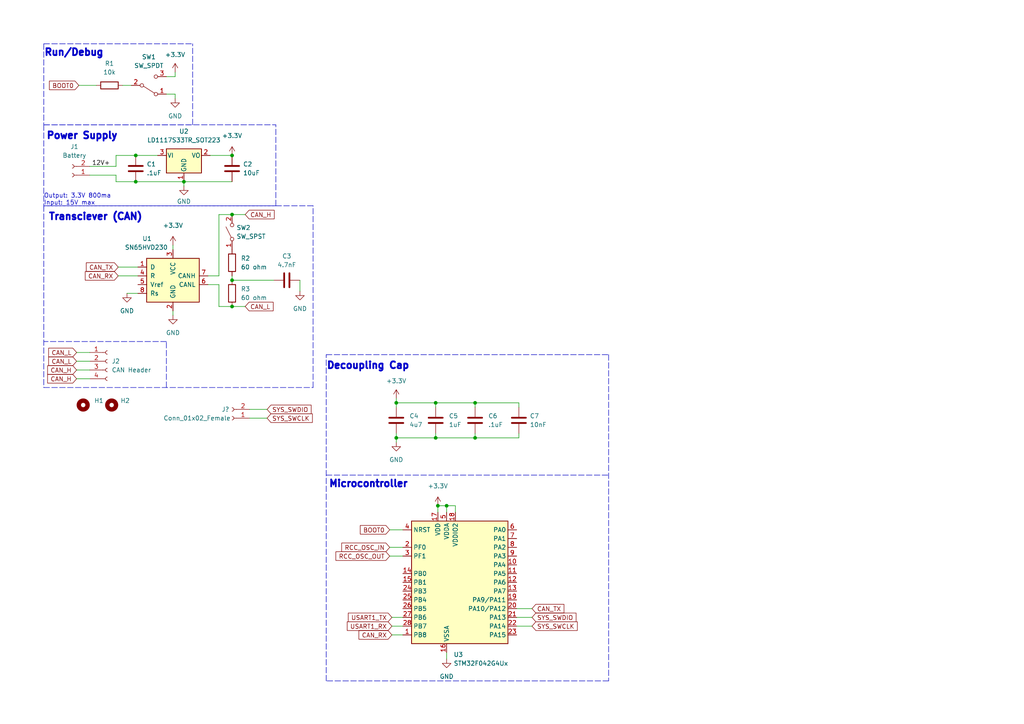
<source format=kicad_sch>
(kicad_sch (version 20211123) (generator eeschema)
  (paper "A4")
  (lib_symbols
    (symbol "Connector:Conn_01x02_Female" (pin_names (offset 1.016) hide)
      (property "Reference" "J" (at 0 2.54 0))
      (property "Value" "Conn_01x02_Female" (at 0 -5.08 0))
      (symbol "Conn_01x02_Female_1_1"
        (arc (start 0 -2.032) (mid -0.508 -2.54) (end 0 -3.048) (stroke (width 0.1524)))
        (polyline (pts (xy -1.27 -2.54) (xy -0.508 -2.54)) (stroke (width 0.1524)))
        (polyline (pts (xy -1.27 0) (xy -0.508 0)) (stroke (width 0.1524)))
        (arc (start 0 0.508) (mid -0.508 0) (end 0 -0.508) (stroke (width 0.1524)))
        (pin passive line (at -5.08 0 0) (length 3.81) (name "Pin_1") (number "1"))
        (pin passive line (at -5.08 -2.54 0) (length 3.81) (name "Pin_2") (number "2"))
      )
    )
    (symbol "Connector:Conn_01x04_Female" (pin_names (offset 1.016) hide)
      (property "Reference" "J" (at 0 5.08 0))
      (property "Value" "Conn_01x04_Female" (at 0 -7.62 0))
      (symbol "Conn_01x04_Female_1_1"
        (arc (start 0 -4.572) (mid -0.508 -5.08) (end 0 -5.588) (stroke (width 0.1524)))
        (arc (start 0 -2.032) (mid -0.508 -2.54) (end 0 -3.048) (stroke (width 0.1524)))
        (polyline (pts (xy -1.27 -5.08) (xy -0.508 -5.08)) (stroke (width 0.1524)))
        (polyline (pts (xy -1.27 -2.54) (xy -0.508 -2.54)) (stroke (width 0.1524)))
        (polyline (pts (xy -1.27 0) (xy -0.508 0)) (stroke (width 0.1524)))
        (polyline (pts (xy -1.27 2.54) (xy -0.508 2.54)) (stroke (width 0.1524)))
        (arc (start 0 0.508) (mid -0.508 0) (end 0 -0.508) (stroke (width 0.1524)))
        (arc (start 0 3.048) (mid -0.508 2.54) (end 0 2.032) (stroke (width 0.1524)))
        (pin passive line (at -5.08 2.54 0) (length 3.81) (name "Pin_1") (number "1"))
        (pin passive line (at -5.08 0 0) (length 3.81) (name "Pin_2") (number "2"))
        (pin passive line (at -5.08 -2.54 0) (length 3.81) (name "Pin_3") (number "3"))
        (pin passive line (at -5.08 -5.08 0) (length 3.81) (name "Pin_4") (number "4"))
      )
    )
    (symbol "Device:C" (pin_numbers hide) (pin_names (offset 0.254))
      (property "Reference" "C" (at 0.635 2.54 0))
      (property "Value" "C" (at 0.635 -2.54 0))
      (symbol "C_0_1"
        (polyline (pts (xy -2.032 -0.762) (xy 2.032 -0.762)) (stroke (width 0.508)))
        (polyline (pts (xy -2.032 0.762) (xy 2.032 0.762)) (stroke (width 0.508)))
      )
      (symbol "C_1_1"
        (pin passive line (at 0 3.81 270) (length 2.794) (name "~") (number "1"))
        (pin passive line (at 0 -3.81 90) (length 2.794) (name "~") (number "2"))
      )
    )
    (symbol "Device:R" (pin_numbers hide) (pin_names (offset 0))
      (property "Reference" "R" (at 2.032 0 90))
      (property "Value" "R" (at 0 0 90))
      (symbol "R_0_1"
        (rectangle (start -1.016 -2.54) (end 1.016 2.54) (stroke (width 0.254)))
      )
      (symbol "R_1_1"
        (pin passive line (at 0 3.81 270) (length 1.27) (name "~") (number "1"))
        (pin passive line (at 0 -3.81 90) (length 1.27) (name "~") (number "2"))
      )
    )
    (symbol "Interface_CAN_LIN:SN65HVD230" (pin_names (offset 1.016))
      (property "Reference" "U" (at -2.54 10.16 0))
      (property "Value" "SN65HVD230" (at -2.54 7.62 0))
      (symbol "SN65HVD230_0_1"
        (rectangle (start -7.62 5.08) (end 7.62 -7.62) (stroke (width 0.254)) (fill (type background)))
      )
      (symbol "SN65HVD230_1_1"
        (pin input line (at -10.16 2.54 0) (length 2.54) (name "D") (number "1"))
        (pin power_in line (at 0 -10.16 90) (length 2.54) (name "GND") (number "2"))
        (pin power_in line (at 0 7.62 270) (length 2.54) (name "VCC") (number "3"))
        (pin output line (at -10.16 0 0) (length 2.54) (name "R") (number "4"))
        (pin output line (at -10.16 -2.54 0) (length 2.54) (name "Vref") (number "5"))
        (pin bidirectional line (at 10.16 -2.54 180) (length 2.54) (name "CANL") (number "6"))
        (pin bidirectional line (at 10.16 0 180) (length 2.54) (name "CANH") (number "7"))
        (pin input line (at -10.16 -5.08 0) (length 2.54) (name "Rs") (number "8"))
      )
    )
    (symbol "MCU_ST_STM32F0:STM32F042G4Ux"
      (property "Reference" "U" (at -15.24 19.05 0))
      (property "Value" "STM32F042G4Ux" (at 0 19.05 0))
      (symbol "STM32F042G4Ux_0_1"
        (rectangle (start -15.24 -17.78) (end 12.7 17.78) (stroke (width 0.254)) (fill (type background)))
      )
      (symbol "STM32F042G4Ux_1_1"
        (pin bidirectional line (at -17.78 -15.24 0) (length 2.54) (name "PB8") (number "1"))
        (pin bidirectional line (at 15.24 5.08 180) (length 2.54) (name "PA4") (number "10"))
        (pin bidirectional line (at 15.24 2.54 180) (length 2.54) (name "PA5") (number "11"))
        (pin bidirectional line (at 15.24 0 180) (length 2.54) (name "PA6") (number "12"))
        (pin bidirectional line (at 15.24 -2.54 180) (length 2.54) (name "PA7") (number "13"))
        (pin bidirectional line (at -17.78 2.54 0) (length 2.54) (name "PB0") (number "14"))
        (pin bidirectional line (at -17.78 0 0) (length 2.54) (name "PB1") (number "15"))
        (pin power_in line (at -5.08 -20.32 90) (length 2.54) (name "VSSA") (number "16"))
        (pin power_in line (at -7.62 20.32 270) (length 2.54) (name "VDD") (number "17"))
        (pin power_in line (at -2.54 20.32 270) (length 2.54) (name "VDDIO2") (number "18"))
        (pin bidirectional line (at 15.24 -5.08 180) (length 2.54) (name "PA9/PA11") (number "19"))
        (pin input line (at -17.78 10.16 0) (length 2.54) (name "PF0") (number "2"))
        (pin bidirectional line (at 15.24 -7.62 180) (length 2.54) (name "PA10/PA12") (number "20"))
        (pin bidirectional line (at 15.24 -10.16 180) (length 2.54) (name "PA13") (number "21"))
        (pin bidirectional line (at 15.24 -12.7 180) (length 2.54) (name "PA14") (number "22"))
        (pin bidirectional line (at 15.24 -15.24 180) (length 2.54) (name "PA15") (number "23"))
        (pin bidirectional line (at -17.78 -2.54 0) (length 2.54) (name "PB3") (number "24"))
        (pin bidirectional line (at -17.78 -5.08 0) (length 2.54) (name "PB4") (number "25"))
        (pin bidirectional line (at -17.78 -7.62 0) (length 2.54) (name "PB5") (number "26"))
        (pin bidirectional line (at -17.78 -10.16 0) (length 2.54) (name "PB6") (number "27"))
        (pin bidirectional line (at -17.78 -12.7 0) (length 2.54) (name "PB7") (number "28"))
        (pin input line (at -17.78 7.62 0) (length 2.54) (name "PF1") (number "3"))
        (pin input line (at -17.78 15.24 0) (length 2.54) (name "NRST") (number "4"))
        (pin power_in line (at -5.08 20.32 270) (length 2.54) (name "VDDA") (number "5"))
        (pin bidirectional line (at 15.24 15.24 180) (length 2.54) (name "PA0") (number "6"))
        (pin bidirectional line (at 15.24 12.7 180) (length 2.54) (name "PA1") (number "7"))
        (pin bidirectional line (at 15.24 10.16 180) (length 2.54) (name "PA2") (number "8"))
        (pin bidirectional line (at 15.24 7.62 180) (length 2.54) (name "PA3") (number "9"))
      )
    )
    (symbol "Mechanical:MountingHole" (pin_names (offset 1.016))
      (property "Reference" "H" (at 0 5.08 0))
      (property "Value" "MountingHole" (at 0 3.175 0))
      (symbol "MountingHole_0_1"
        (circle (center 0 0) (radius 1.27) (stroke (width 1.27)))
      )
    )
    (symbol "Regulator_Linear:LD1117S33TR_SOT223" (pin_names (offset 0.254))
      (property "Reference" "U" (at -3.81 3.175 0))
      (property "Value" "LD1117S33TR_SOT223" (at 0 3.175 0))
      (symbol "LD1117S33TR_SOT223_0_1"
        (rectangle (start -5.08 -5.08) (end 5.08 1.905) (stroke (width 0.254)) (fill (type background)))
      )
      (symbol "LD1117S33TR_SOT223_1_1"
        (pin power_in line (at 0 -7.62 90) (length 2.54) (name "GND") (number "1"))
        (pin power_out line (at 7.62 0 180) (length 2.54) (name "VO") (number "2"))
        (pin power_in line (at -7.62 0 0) (length 2.54) (name "VI") (number "3"))
      )
    )
    (symbol "Switch:SW_SPDT" (pin_names (offset 0) hide)
      (property "Reference" "SW" (at 0 4.318 0))
      (property "Value" "SW_SPDT" (at 0 -5.08 0))
      (symbol "SW_SPDT_0_0"
        (circle (center -2.032 0) (radius 0.508))
        (circle (center 2.032 -2.54) (radius 0.508))
      )
      (symbol "SW_SPDT_0_1"
        (polyline (pts (xy -1.524 0.254) (xy 1.651 2.286)))
        (circle (center 2.032 2.54) (radius 0.508))
      )
      (symbol "SW_SPDT_1_1"
        (pin passive line (at 5.08 2.54 180) (length 2.54) (name "A") (number "1"))
        (pin passive line (at -5.08 0 0) (length 2.54) (name "B") (number "2"))
        (pin passive line (at 5.08 -2.54 180) (length 2.54) (name "C") (number "3"))
      )
    )
    (symbol "Switch:SW_SPST" (pin_names (offset 0) hide)
      (property "Reference" "SW" (at 0 3.175 0))
      (property "Value" "SW_SPST" (at 0 -2.54 0))
      (symbol "SW_SPST_0_0"
        (circle (center -2.032 0) (radius 0.508))
        (polyline (pts (xy -1.524 0.254) (xy 1.524 1.778)))
        (circle (center 2.032 0) (radius 0.508))
      )
      (symbol "SW_SPST_1_1"
        (pin passive line (at -5.08 0 0) (length 2.54) (name "A") (number "1"))
        (pin passive line (at 5.08 0 180) (length 2.54) (name "B") (number "2"))
      )
    )
    (symbol "power:+3.3V" (power) (pin_names (offset 0))
      (property "Value" "+3.3V" (at 0 3.556 0))
      (symbol "+3.3V_0_1"
        (polyline (pts (xy -0.762 1.27) (xy 0 2.54)))
        (polyline (pts (xy 0 0) (xy 0 2.54)))
        (polyline (pts (xy 0 2.54) (xy 0.762 1.27)))
      )
      (symbol "+3.3V_1_1"
        (pin power_in line (at 0 0 90) (length 0) hide (name "+3.3V") (number "1"))
      )
    )
    (symbol "power:GND" (power) (pin_names (offset 0))
      (property "Value" "GND" (at 0 -3.81 0))
      (symbol "GND_0_1"
        (polyline (pts (xy 0 0) (xy 0 -1.27) (xy 1.27 -1.27) (xy 0 -2.54) (xy -1.27 -1.27) (xy 0 -1.27)))
      )
      (symbol "GND_1_1"
        (pin power_in line (at 0 0 270) (length 0) hide (name "GND") (number "1"))
      )
    )
  )
  (junction (at 137.795 127))
  (junction (at 114.935 116.84))
  (junction (at 67.31 62.23))
  (junction (at 126.365 116.84))
  (junction (at 129.54 146.685))
  (junction (at 39.37 52.705))
  (junction (at 67.31 88.9))
  (junction (at 67.31 81.28))
  (junction (at 126.365 127))
  (junction (at 53.34 52.705))
  (junction (at 114.935 127))
  (junction (at 137.795 116.84))
  (junction (at 39.37 45.085))
  (junction (at 67.31 45.085))
  (junction (at 127 146.685))
  (wire (pts (xy 67.31 80.01) (xy 67.31 81.28)))
  (wire (pts (xy 50.8 20.955) (xy 50.8 22.225)))
  (wire (pts (xy 86.995 84.455) (xy 86.995 81.28)))
  (polyline (pts (xy 12.7 12.7) (xy 12.7 36.195)))
  (wire (pts (xy 114.935 115.57) (xy 114.935 116.84)))
  (wire (pts (xy 33.655 48.26) (xy 33.655 45.085)))
  (polyline (pts (xy 12.7 112.395) (xy 90.805 112.395)))
  (polyline (pts (xy 12.7 59.69) (xy 12.7 60.325)))
  (wire (pts (xy 113.03 153.67) (xy 116.84 153.67)))
  (wire (pts (xy 137.795 125.73) (xy 137.795 127)))
  (polyline (pts (xy 48.26 112.395) (xy 48.26 99.06)))
  (wire (pts (xy 63.5 82.55) (xy 63.5 88.9)))
  (wire (pts (xy 67.31 62.23) (xy 71.12 62.23)))
  (wire (pts (xy 60.96 45.085) (xy 67.31 45.085)))
  (wire (pts (xy 33.655 45.085) (xy 39.37 45.085)))
  (wire (pts (xy 50.165 91.44) (xy 50.165 90.17)))
  (wire (pts (xy 22.225 107.315) (xy 26.035 107.315)))
  (wire (pts (xy 45.72 45.085) (xy 39.37 45.085)))
  (wire (pts (xy 22.86 24.765) (xy 27.94 24.765)))
  (polyline (pts (xy 55.88 36.195) (xy 55.88 12.7)))
  (wire (pts (xy 129.54 146.685) (xy 127 146.685)))
  (wire (pts (xy 132.08 148.59) (xy 132.08 146.685)))
  (polyline (pts (xy 12.7 36.195) (xy 80.01 36.195)))
  (polyline (pts (xy 80.01 59.69) (xy 80.01 36.195)))
  (polyline (pts (xy 94.615 137.795) (xy 176.53 137.795)))
  (wire (pts (xy 35.56 24.765) (xy 38.1 24.765)))
  (polyline (pts (xy 12.7 59.69) (xy 80.01 59.69)))
  (wire (pts (xy 72.39 118.745) (xy 77.47 118.745)))
  (wire (pts (xy 113.665 179.07) (xy 116.84 179.07)))
  (wire (pts (xy 149.86 179.07) (xy 154.305 179.07)))
  (wire (pts (xy 26.035 48.26) (xy 33.655 48.26)))
  (wire (pts (xy 50.8 22.225) (xy 48.26 22.225)))
  (wire (pts (xy 137.795 127) (xy 150.495 127)))
  (polyline (pts (xy 12.7 36.195) (xy 55.88 36.195)))
  (wire (pts (xy 22.225 104.775) (xy 26.035 104.775)))
  (wire (pts (xy 150.495 125.73) (xy 150.495 127)))
  (wire (pts (xy 60.325 80.01) (xy 63.5 80.01)))
  (wire (pts (xy 63.5 62.23) (xy 63.5 80.01)))
  (wire (pts (xy 126.365 116.84) (xy 126.365 118.11)))
  (wire (pts (xy 48.26 27.305) (xy 50.8 27.305)))
  (wire (pts (xy 114.935 128.27) (xy 114.935 127)))
  (wire (pts (xy 36.83 85.09) (xy 40.005 85.09)))
  (polyline (pts (xy 176.53 102.87) (xy 176.53 197.485)))
  (wire (pts (xy 79.375 81.28) (xy 67.31 81.28)))
  (wire (pts (xy 126.365 116.84) (xy 137.795 116.84)))
  (wire (pts (xy 63.5 88.9) (xy 67.31 88.9)))
  (wire (pts (xy 34.29 77.47) (xy 40.005 77.47)))
  (wire (pts (xy 149.86 176.53) (xy 154.305 176.53)))
  (wire (pts (xy 72.39 121.285) (xy 77.47 121.285)))
  (wire (pts (xy 126.365 125.73) (xy 126.365 127)))
  (wire (pts (xy 127 146.685) (xy 127 148.59)))
  (polyline (pts (xy 94.615 197.485) (xy 94.615 102.87)))
  (wire (pts (xy 114.935 116.84) (xy 126.365 116.84)))
  (wire (pts (xy 39.37 52.705) (xy 53.34 52.705)))
  (wire (pts (xy 114.935 127) (xy 126.365 127)))
  (wire (pts (xy 113.03 161.29) (xy 116.84 161.29)))
  (wire (pts (xy 33.655 50.8) (xy 33.655 52.705)))
  (wire (pts (xy 113.03 158.75) (xy 116.84 158.75)))
  (wire (pts (xy 126.365 127) (xy 137.795 127)))
  (wire (pts (xy 137.795 116.84) (xy 137.795 118.11)))
  (wire (pts (xy 114.935 118.11) (xy 114.935 116.84)))
  (wire (pts (xy 50.165 71.12) (xy 50.165 72.39)))
  (wire (pts (xy 22.225 109.855) (xy 26.035 109.855)))
  (polyline (pts (xy 90.805 59.69) (xy 12.7 59.69)))
  (wire (pts (xy 114.935 125.73) (xy 114.935 127)))
  (wire (pts (xy 113.665 181.61) (xy 116.84 181.61)))
  (wire (pts (xy 22.225 102.235) (xy 26.035 102.235)))
  (wire (pts (xy 33.655 52.705) (xy 39.37 52.705)))
  (wire (pts (xy 137.795 116.84) (xy 150.495 116.84)))
  (wire (pts (xy 34.29 80.01) (xy 40.005 80.01)))
  (polyline (pts (xy 12.7 59.69) (xy 12.7 112.395)))
  (wire (pts (xy 150.495 116.84) (xy 150.495 118.11)))
  (wire (pts (xy 63.5 62.23) (xy 67.31 62.23)))
  (wire (pts (xy 53.34 52.705) (xy 67.31 52.705)))
  (wire (pts (xy 113.665 184.15) (xy 116.84 184.15)))
  (wire (pts (xy 53.34 53.975) (xy 53.34 52.705)))
  (wire (pts (xy 26.035 50.8) (xy 33.655 50.8)))
  (polyline (pts (xy 176.53 197.485) (xy 94.615 197.485)))
  (wire (pts (xy 149.86 181.61) (xy 154.305 181.61)))
  (wire (pts (xy 132.08 146.685) (xy 129.54 146.685)))
  (polyline (pts (xy 90.805 112.395) (xy 90.805 59.69)))
  (polyline (pts (xy 12.7 12.7) (xy 55.88 12.7)))
  (wire (pts (xy 50.8 27.305) (xy 50.8 28.575)))
  (wire (pts (xy 129.54 148.59) (xy 129.54 146.685)))
  (wire (pts (xy 60.325 82.55) (xy 63.5 82.55)))
  (wire (pts (xy 129.54 189.23) (xy 129.54 191.135)))
  (polyline (pts (xy 12.7 36.195) (xy 12.7 59.69)))
  (wire (pts (xy 67.31 88.9) (xy 71.12 88.9)))
  (polyline (pts (xy 48.26 99.06) (xy 12.7 99.06)))
  (polyline (pts (xy 94.615 102.87) (xy 176.53 102.87)))
  (text "Power Supply" (at 13.335 40.64 0) (effects (font (size 2 2) (thickness 0.6) bold) (justify left bottom)))
  (text "Run/Debug\n" (at 12.7 16.51 0) (effects (font (size 2 2) (thickness 0.6) bold) (justify left bottom)))
  (text "Transciever (CAN)\n" (at 13.97 64.135 0) (effects (font (size 2 2) (thickness 0.6) bold) (justify left bottom)))
  (text "Decoupling Cap" (at 94.615 107.315 0) (effects (font (size 2 2) (thickness 0.6) bold) (justify left bottom)))
  (text "Microcontroller " (at 95.25 141.605 0) (effects (font (size 2 2) (thickness 0.6) bold) (justify left bottom)))
  (text "Output: 3.3V 800ma \nInput: 15V max\n" (at 12.7 59.69 0) (effects (font (size 1.27 1.27)) (justify left bottom)))
  (label "12V+" (at 26.67 48.26 0))
  (global_label "CAN_L" (shape input) (at 22.225 104.775 180) (property "Intersheet References" "${INTERSHEET_REFS}" (effects hide)))
  (global_label "CAN_L" (shape input) (at 71.12 88.9 0) (property "Intersheet References" "${INTERSHEET_REFS}" (effects hide)))
  (global_label "CAN_RX" (shape input) (at 34.29 80.01 180) (property "Intersheet References" "${INTERSHEET_REFS}" (effects hide)))
  (global_label "CAN_H" (shape input) (at 22.225 107.315 180) (property "Intersheet References" "${INTERSHEET_REFS}" (effects hide)))
  (global_label "CAN_H" (shape input) (at 71.12 62.23 0) (property "Intersheet References" "${INTERSHEET_REFS}" (effects hide)))
  (global_label "RCC_OSC_OUT" (shape input) (at 113.03 161.29 180) (property "Intersheet References" "${INTERSHEET_REFS}" (effects hide)))
  (global_label "USART1_TX" (shape input) (at 113.665 179.07 180) (property "Intersheet References" "${INTERSHEET_REFS}" (effects hide)))
  (global_label "CAN_TX" (shape input) (at 34.29 77.47 180) (property "Intersheet References" "${INTERSHEET_REFS}" (effects hide)))
  (global_label "RCC_OSC_IN" (shape input) (at 113.03 158.75 180) (property "Intersheet References" "${INTERSHEET_REFS}" (effects hide)))
  (global_label "CAN_H" (shape input) (at 22.225 109.855 180) (property "Intersheet References" "${INTERSHEET_REFS}" (effects hide)))
  (global_label "SYS_SWCLK" (shape input) (at 77.47 121.285 0) (property "Intersheet References" "${INTERSHEET_REFS}" (effects hide)))
  (global_label "SYS_SWDIO" (shape input) (at 77.47 118.745 0) (property "Intersheet References" "${INTERSHEET_REFS}" (effects hide)))
  (global_label "CAN_RX" (shape input) (at 113.665 184.15 180) (property "Intersheet References" "${INTERSHEET_REFS}" (effects hide)))
  (global_label "BOOT0" (shape input) (at 22.86 24.765 180) (property "Intersheet References" "${INTERSHEET_REFS}" (effects hide)))
  (global_label "CAN_TX" (shape input) (at 154.305 176.53 0) (property "Intersheet References" "${INTERSHEET_REFS}" (effects hide)))
  (global_label "SYS_SWCLK" (shape input) (at 154.305 181.61 0) (property "Intersheet References" "${INTERSHEET_REFS}" (effects hide)))
  (global_label "CAN_L" (shape input) (at 22.225 102.235 180) (property "Intersheet References" "${INTERSHEET_REFS}" (effects hide)))
  (global_label "BOOT0" (shape input) (at 113.03 153.67 180) (property "Intersheet References" "${INTERSHEET_REFS}" (effects hide)))
  (global_label "SYS_SWDIO" (shape input) (at 154.305 179.07 0) (property "Intersheet References" "${INTERSHEET_REFS}" (effects hide)))
  (global_label "USART1_RX" (shape input) (at 113.665 181.61 180) (property "Intersheet References" "${INTERSHEET_REFS}" (effects hide)))
  (symbol (lib_id "power:+3.3V") (at 50.165 71.12 0) (unit 1)
    (property "Reference" "#PWR0103" (effects hide))
    (property "Value" "+3.3V" (at 50.165 65.405 0))
  )
  (symbol (lib_id "Switch:SW_SPST") (at 67.31 67.31 90) (unit 1)
    (property "Reference" "SW2" (at 68.58 66.0399 90) (effects (justify right)))
    (property "Value" "SW_SPST" (at 68.58 68.5799 90) (effects (justify right)))
    (property "Footprint" "Jumper:SolderJumper-2_P1.3mm_Open_RoundedPad1.0x1.5mm" (effects hide))
  )
  (symbol (lib_id "power:+3.3V") (at 50.8 20.955 0) (unit 1)
    (property "Reference" "#PWR0106" (effects hide))
    (property "Value" "+3.3V" (at 50.8 15.875 0))
  )
  (symbol (lib_id "Device:C") (at 67.31 48.895 0) (unit 1)
    (property "Reference" "C2" (at 70.485 47.6249 0) (effects (justify left)))
    (property "Value" "10uF" (at 70.485 50.1649 0) (effects (justify left)))
    (property "Footprint" "Capacitor_SMD:C_0603_1608Metric" (effects hide))
  )
  (symbol (lib_id "Device:C") (at 114.935 121.92 0) (unit 1)
    (property "Reference" "C4" (at 118.745 120.6499 0) (effects (justify left)))
    (property "Value" "4u7" (at 118.745 123.1899 0) (effects (justify left)))
    (property "Footprint" "Capacitor_SMD:C_0402_1005Metric" (effects hide))
  )
  (symbol (lib_id "power:+3.3V") (at 114.935 115.57 0) (unit 1)
    (property "Reference" "#PWR0110" (effects hide))
    (property "Value" "+3.3V" (at 114.935 110.49 0))
  )
  (symbol (lib_id "Regulator_Linear:LD1117S33TR_SOT223") (at 53.34 45.085 0) (unit 1)
    (property "Reference" "U2" (at 53.34 38.1 0))
    (property "Value" "LD1117S33TR_SOT223" (at 53.34 40.64 0))
    (property "Footprint" "Package_TO_SOT_SMD:SOT-223-3_TabPin2" (effects hide))
    (property "Datasheet" "http://www.st.com/st-web-ui/static/active/en/resource/technical/document/datasheet/CD00000544.pdf" (effects hide))
  )
  (symbol (lib_id "Mechanical:MountingHole") (at 32.385 117.475 0) (unit 1)
    (property "Reference" "H2" (at 34.925 116.2049 0) (effects (justify left)))
    (property "Value" "MountingHole" (effects hide))
  )
  (symbol (lib_id "power:GND") (at 129.54 191.135 0) (unit 1)
    (property "Reference" "#PWR0102" (effects hide))
    (property "Value" "GND" (at 129.54 196.215 0))
  )
  (symbol (lib_id "Device:C") (at 137.795 121.92 0) (unit 1)
    (property "Reference" "C6" (at 141.605 120.6499 0) (effects (justify left)))
    (property "Value" ".1uF" (at 141.605 123.1899 0) (effects (justify left)))
    (property "Footprint" "Capacitor_SMD:C_0402_1005Metric" (effects hide))
  )
  (symbol (lib_id "Switch:SW_SPDT") (at 43.18 24.765 0) (mirror x) (unit 1)
    (property "Reference" "SW1" (at 43.18 16.51 0))
    (property "Value" "SW_SPDT" (at 43.18 19.05 0))
    (property "Footprint" "Jumper:SolderJumper-3_P1.3mm_Open_RoundedPad1.0x1.5mm_NumberLabels" (effects hide))
  )
  (symbol (lib_id "power:GND") (at 50.8 28.575 0) (unit 1)
    (property "Reference" "#PWR0107" (effects hide))
    (property "Value" "GND" (at 50.8 33.655 0))
  )
  (symbol (lib_id "power:GND") (at 50.165 91.44 0) (unit 1)
    (property "Reference" "#PWR0104" (effects hide))
    (property "Value" "GND" (at 50.165 96.52 0))
  )
  (symbol (lib_id "Connector:Conn_01x02_Female") (at 67.31 121.285 180) (unit 1)
    (property "Reference" "J?" (at 65.405 118.745 0))
    (property "Value" "Conn_01x02_Female" (at 57.15 121.285 0))
    (property "Footprint" "Connector_PinHeader_1.00mm:PinHeader_1x02_P1.00mm_Horizontal" (effects hide))
  )
  (symbol (lib_id "Mechanical:MountingHole") (at 24.13 117.475 0) (unit 1)
    (property "Reference" "H1" (at 27.305 116.2049 0) (effects (justify left)))
    (property "Value" "MountingHole" (effects hide))
  )
  (symbol (lib_id "Connector:Conn_01x02_Female") (at 20.955 50.8 180) (unit 1)
    (property "Reference" "J1" (at 21.59 42.545 0))
    (property "Value" "Battery " (at 21.59 45.085 0))
    (property "Footprint" "Connector_PinHeader_1.00mm:PinHeader_1x02_P1.00mm_Vertical" (effects hide))
  )
  (symbol (lib_id "Device:C") (at 83.185 81.28 90) (unit 1)
    (property "Reference" "C3" (at 83.185 74.295 90))
    (property "Value" "4.7nF" (at 83.185 76.835 90))
    (property "Footprint" "Capacitor_SMD:C_0402_1005Metric" (effects hide))
  )
  (symbol (lib_id "power:GND") (at 86.995 84.455 0) (unit 1)
    (property "Reference" "#PWR0112" (effects hide))
    (property "Value" "GND" (at 86.995 89.535 0))
  )
  (symbol (lib_id "Device:C") (at 39.37 48.895 0) (unit 1)
    (property "Reference" "C1" (at 42.545 47.6249 0) (effects (justify left)))
    (property "Value" ".1uF" (at 42.545 50.1649 0) (effects (justify left)))
    (property "Footprint" "Capacitor_SMD:C_0402_1005Metric" (effects hide))
  )
  (symbol (lib_id "Device:R") (at 67.31 85.09 0) (unit 1)
    (property "Reference" "R3" (at 69.85 83.8199 0) (effects (justify left)))
    (property "Value" "60 ohm" (at 69.85 86.3599 0) (effects (justify left)))
    (property "Footprint" "Resistor_SMD:R_0805_2012Metric" (effects hide))
  )
  (symbol (lib_id "Device:R") (at 31.75 24.765 90) (unit 1)
    (property "Reference" "R1" (at 31.75 18.415 90))
    (property "Value" "10k" (at 31.75 20.955 90))
    (property "Footprint" "Resistor_SMD:R_0402_1005Metric" (effects hide))
  )
  (symbol (lib_id "power:+3.3V") (at 67.31 45.085 0) (unit 1)
    (property "Reference" "#PWR0109" (effects hide))
    (property "Value" "+3.3V" (at 67.31 39.37 0))
  )
  (symbol (lib_id "MCU_ST_STM32F0:STM32F042G4Ux") (at 134.62 168.91 0) (unit 1)
    (property "Reference" "U3" (at 131.5594 189.865 0) (effects (justify left)))
    (property "Value" "STM32F042G4Ux" (at 131.5594 192.405 0) (effects (justify left)))
    (property "Footprint" "Package_DFN_QFN:QFN-28_4x4mm_P0.5mm" (effects hide))
    (property "Datasheet" "http://www.st.com/st-web-ui/static/active/en/resource/technical/document/datasheet/DM00105814.pdf" (effects hide))
  )
  (symbol (lib_id "power:+3.3V") (at 127 146.685 0) (unit 1)
    (property "Reference" "#PWR0101" (effects hide))
    (property "Value" "+3.3V" (at 127 140.97 0))
  )
  (symbol (lib_id "Device:C") (at 150.495 121.92 0) (unit 1)
    (property "Reference" "C7" (at 153.67 120.6499 0) (effects (justify left)))
    (property "Value" "10nF" (at 153.67 123.1899 0) (effects (justify left)))
    (property "Footprint" "Capacitor_SMD:C_0402_1005Metric" (effects hide))
  )
  (symbol (lib_id "power:GND") (at 114.935 128.27 0) (unit 1)
    (property "Reference" "#PWR0111" (effects hide))
    (property "Value" "GND" (at 114.935 133.35 0))
  )
  (symbol (lib_id "power:GND") (at 53.34 53.975 0) (unit 1)
    (property "Reference" "#PWR0108" (effects hide))
    (property "Value" "GND" (at 53.34 58.42 0))
  )
  (symbol (lib_id "Connector:Conn_01x04_Female") (at 31.115 104.775 0) (unit 1)
    (property "Reference" "J2" (at 32.385 104.7749 0) (effects (justify left)))
    (property "Value" "CAN Header" (at 32.385 107.3149 0) (effects (justify left)))
    (property "Footprint" "Connector_PinHeader_1.00mm:PinHeader_1x04_P1.00mm_Vertical" (effects hide))
  )
  (symbol (lib_id "Device:R") (at 67.31 76.2 0) (unit 1)
    (property "Reference" "R2" (at 69.85 74.9299 0) (effects (justify left)))
    (property "Value" "60 ohm" (at 69.85 77.4699 0) (effects (justify left)))
    (property "Footprint" "Resistor_SMD:R_0805_2012Metric" (effects hide))
  )
  (symbol (lib_id "Interface_CAN_LIN:SN65HVD230") (at 50.165 80.01 0) (unit 1)
    (property "Reference" "U1" (at 41.275 69.215 0) (effects (justify left)))
    (property "Value" "SN65HVD230" (at 36.195 71.755 0) (effects (justify left)))
    (property "Footprint" "Package_SO:SOIC-8_3.9x4.9mm_P1.27mm" (effects hide))
    (property "Datasheet" "http://www.ti.com/lit/ds/symlink/sn65hvd230.pdf" (effects hide))
  )
  (symbol (lib_id "power:GND") (at 36.83 85.09 0) (unit 1)
    (property "Reference" "#PWR0105" (effects hide))
    (property "Value" "GND" (at 36.83 90.17 0))
  )
  (symbol (lib_id "Device:C") (at 126.365 121.92 0) (unit 1)
    (property "Reference" "C5" (at 130.175 120.6499 0) (effects (justify left)))
    (property "Value" "1uF" (at 130.175 123.1899 0) (effects (justify left)))
    (property "Footprint" "Capacitor_SMD:C_0402_1005Metric" (effects hide))
  )
)
</source>
